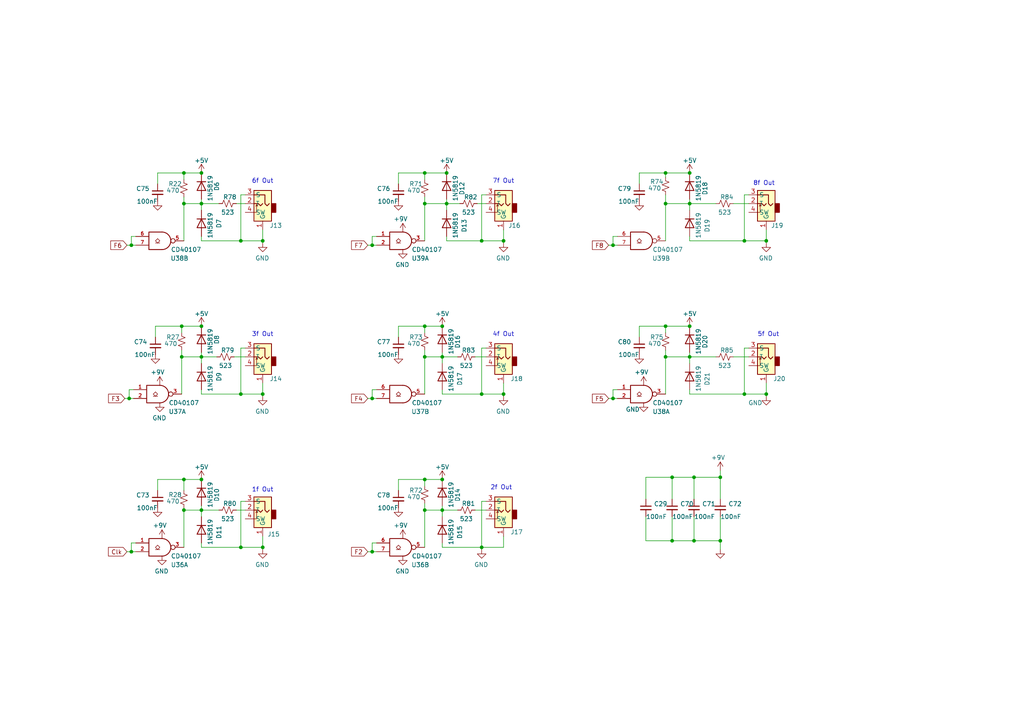
<source format=kicad_sch>
(kicad_sch (version 20211123) (generator eeschema)
  (paper "A4")
  (lib_symbols
    (symbol "Device:C_Small" (pin_numbers hide) (pin_names (offset 0.254) hide)
      (property "Reference" "C" (at 0.254 1.778 0))
      (property "Value" "C_Small" (at 0.254 -2.032 0))
      (symbol "C_Small_0_1"
        (polyline (pts (xy -1.524 -0.508) (xy 1.524 -0.508)) (stroke (width 0.3302)))
        (polyline (pts (xy -1.524 0.508) (xy 1.524 0.508)) (stroke (width 0.3048)))
      )
      (symbol "C_Small_1_1"
        (pin passive line (at 0 2.54 270) (length 2.032) (name "~") (number "1"))
        (pin passive line (at 0 -2.54 90) (length 2.032) (name "~") (number "2"))
      )
    )
    (symbol "Device:R_Small_US" (pin_numbers hide) (pin_names (offset 0.254) hide)
      (property "Reference" "R" (at 0.762 0.508 0))
      (property "Value" "R_Small_US" (at 0.762 -1.016 0))
      (symbol "R_Small_US_1_1"
        (polyline (pts (xy 0 0) (xy 1.016 -0.381) (xy 0 -0.762) (xy -1.016 -1.143) (xy 0 -1.524)))
        (polyline (pts (xy 0 1.524) (xy 1.016 1.143) (xy 0 0.762) (xy -1.016 0.381) (xy 0 0)))
        (pin passive line (at 0 2.54 270) (length 1.016) (name "~") (number "1"))
        (pin passive line (at 0 -2.54 90) (length 1.016) (name "~") (number "2"))
      )
    )
    (symbol "Diode:1N4148" (pin_numbers hide) (pin_names (offset 1.016) hide)
      (property "Reference" "D" (at 0 2.54 0))
      (property "Value" "1N4148" (at 0 -2.54 0))
      (symbol "1N4148_0_1"
        (polyline (pts (xy -1.27 1.27) (xy -1.27 -1.27)) (stroke (width 0.254)))
        (polyline (pts (xy 1.27 0) (xy -1.27 0)))
        (polyline (pts (xy 1.27 1.27) (xy 1.27 -1.27) (xy -1.27 0) (xy 1.27 1.27)) (stroke (width 0.254)))
      )
      (symbol "1N4148_1_1"
        (pin passive line (at -3.81 0 0) (length 2.54) (name "K") (number "1"))
        (pin passive line (at 3.81 0 180) (length 2.54) (name "A") (number "2"))
      )
    )
    (symbol "greenface-symbols:CD40107" (pin_names (offset 1.016))
      (property "Reference" "U" (at -2.54 3.81 0))
      (property "Value" "CD40107" (at 0 -3.81 0))
      (symbol "CD40107_0_1"
        (arc (start 0 -2.54) (mid 2.54 0) (end 0 2.54) (stroke (width 0.254)))
        (polyline (pts (xy -1.905 -0.635) (xy -0.635 -0.635)))
        (polyline (pts (xy 0 -2.54) (xy -3.81 -2.54) (xy -3.81 2.54) (xy 0 2.54)) (stroke (width 0.254)))
        (polyline (pts (xy -1.27 0.635) (xy -1.905 0) (xy -1.27 -0.635) (xy -0.635 0) (xy -1.27 0.635)))
        (pin power_in line (at 0 -2.54 270) (length 0) hide (name "GND") (number "4"))
        (pin power_in line (at 0 2.54 90) (length 0) hide (name "VCC") (number "8"))
      )
      (symbol "CD40107_1_1"
        (pin input line (at -7.62 1.27 0) (length 3.81) (name "~") (number "1"))
        (pin input line (at -7.62 -1.27 0) (length 3.81) (name "~") (number "2"))
        (pin open_collector inverted (at 6.35 0 180) (length 3.81) (name "~") (number "3"))
      )
      (symbol "CD40107_2_1"
        (pin open_collector inverted (at 6.35 0 180) (length 3.81) (name "~") (number "5"))
        (pin input line (at -7.62 1.27 0) (length 3.81) (name "~") (number "6"))
        (pin input line (at -7.62 -1.27 0) (length 3.81) (name "~") (number "7"))
      )
    )
    (symbol "greenface-symbols:Molex_47257"
      (property "Reference" "J" (at 0 8.89 0))
      (property "Value" "Molex_47257" (at 0 6.35 0))
      (symbol "Molex_47257_0_1"
        (rectangle (start -2.54 0) (end -3.81 -2.54) (stroke (width 0.254)) (fill (type outline)))
        (polyline (pts (xy 1.778 -0.254) (xy 2.032 -0.762)))
        (polyline (pts (xy 0 0) (xy 0.635 -0.635) (xy 1.27 0) (xy 2.54 0)) (stroke (width 0.254)))
        (polyline (pts (xy 2.54 -2.54) (xy 1.778 -2.54) (xy 1.778 -0.254) (xy 1.524 -0.762)))
        (polyline (pts (xy 2.54 2.54) (xy -0.635 2.54) (xy -0.635 0) (xy -1.27 -0.635) (xy -1.905 0)) (stroke (width 0.254)))
        (rectangle (start 2.54 3.81) (end -2.54 -5.08) (stroke (width 0.254)) (fill (type background)))
      )
      (symbol "Molex_47257_1_1"
        (pin passive line (at 0 -7.62 90) (length 2.54) (name "G") (number "1"))
        (pin passive line (at 5.08 0 180) (length 2.54) (name "T") (number "2"))
        (pin passive line (at 5.08 2.54 180) (length 2.54) (name "S") (number "3"))
        (pin passive line (at 5.08 -2.54 180) (length 2.54) (name "SW") (number "4"))
      )
    )
    (symbol "power:+5V" (power) (pin_names (offset 0))
      (property "Value" "+5V" (at 0 3.556 0))
      (symbol "+5V_0_1"
        (polyline (pts (xy -0.762 1.27) (xy 0 2.54)))
        (polyline (pts (xy 0 0) (xy 0 2.54)))
        (polyline (pts (xy 0 2.54) (xy 0.762 1.27)))
      )
      (symbol "+5V_1_1"
        (pin power_in line (at 0 0 90) (length 0) hide (name "+5V") (number "1"))
      )
    )
    (symbol "power:+9V" (power) (pin_names (offset 0))
      (property "Value" "+9V" (at 0 3.556 0))
      (symbol "+9V_0_1"
        (polyline (pts (xy -0.762 1.27) (xy 0 2.54)))
        (polyline (pts (xy 0 0) (xy 0 2.54)))
        (polyline (pts (xy 0 2.54) (xy 0.762 1.27)))
      )
      (symbol "+9V_1_1"
        (pin power_in line (at 0 0 90) (length 0) hide (name "+9V") (number "1"))
      )
    )
    (symbol "power:GND" (power) (pin_names (offset 0))
      (property "Value" "GND" (at 0 -3.81 0))
      (symbol "GND_0_1"
        (polyline (pts (xy 0 0) (xy 0 -1.27) (xy 1.27 -1.27) (xy 0 -2.54) (xy -1.27 -1.27) (xy 0 -1.27)))
      )
      (symbol "GND_1_1"
        (pin power_in line (at 0 0 270) (length 0) hide (name "GND") (number "1"))
      )
    )
  )
  (junction (at 38.1 160.02))
  (junction (at 58.42 103.505))
  (junction (at 208.915 156.845))
  (junction (at 193.04 103.505))
  (junction (at 193.04 94.615))
  (junction (at 38.1 71.12))
  (junction (at 123.19 139.065))
  (junction (at 107.95 160.02))
  (junction (at 76.2 158.75))
  (junction (at 200.025 50.165))
  (junction (at 58.42 59.055))
  (junction (at 53.34 139.065))
  (junction (at 222.25 69.85))
  (junction (at 123.19 50.165))
  (junction (at 200.025 103.505))
  (junction (at 194.945 138.43))
  (junction (at 123.19 147.955))
  (junction (at 146.05 114.3))
  (junction (at 69.85 158.75))
  (junction (at 139.7 158.75))
  (junction (at 52.705 103.505))
  (junction (at 177.8 115.57))
  (junction (at 58.42 139.065))
  (junction (at 128.27 103.505))
  (junction (at 37.465 115.57))
  (junction (at 129.54 50.165))
  (junction (at 139.7 114.3))
  (junction (at 58.42 50.165))
  (junction (at 53.34 59.055))
  (junction (at 200.025 94.615))
  (junction (at 123.19 59.055))
  (junction (at 123.19 103.505))
  (junction (at 53.34 50.165))
  (junction (at 53.34 147.955))
  (junction (at 193.04 50.165))
  (junction (at 129.54 59.055))
  (junction (at 58.42 94.615))
  (junction (at 208.915 138.43))
  (junction (at 52.705 94.615))
  (junction (at 58.42 147.955))
  (junction (at 194.945 156.845))
  (junction (at 107.95 71.12))
  (junction (at 76.2 114.3))
  (junction (at 201.295 138.43))
  (junction (at 215.9 114.3))
  (junction (at 128.27 147.955))
  (junction (at 200.025 59.055))
  (junction (at 107.95 115.57))
  (junction (at 69.85 69.85))
  (junction (at 177.8 71.12))
  (junction (at 69.85 114.3))
  (junction (at 146.05 69.85))
  (junction (at 193.04 59.055))
  (junction (at 215.9 69.85))
  (junction (at 76.2 69.85))
  (junction (at 201.295 156.845))
  (junction (at 128.27 94.615))
  (junction (at 139.7 69.85))
  (junction (at 128.27 139.065))
  (junction (at 222.25 114.3))
  (junction (at 123.19 94.615))
  (wire (pts (xy 193.04 101.6) (xy 193.04 103.505)))
  (wire (pts (xy 115.57 97.79) (xy 115.57 94.615)))
  (wire (pts (xy 200.025 114.3) (xy 215.9 114.3)))
  (wire (pts (xy 39.37 157.48) (xy 38.1 157.48)))
  (wire (pts (xy 76.2 69.85) (xy 76.2 70.485)))
  (wire (pts (xy 177.8 113.03) (xy 177.8 115.57)))
  (wire (pts (xy 222.25 69.85) (xy 222.25 70.485)))
  (wire (pts (xy 179.07 68.58) (xy 177.8 68.58)))
  (wire (pts (xy 129.54 59.055) (xy 133.35 59.055)))
  (wire (pts (xy 45.72 50.165) (xy 53.34 50.165)))
  (wire (pts (xy 200.025 103.505) (xy 207.645 103.505)))
  (wire (pts (xy 128.27 102.235) (xy 128.27 103.505)))
  (wire (pts (xy 71.12 56.515) (xy 69.85 56.515)))
  (wire (pts (xy 45.72 53.34) (xy 45.72 50.165)))
  (wire (pts (xy 146.05 66.675) (xy 146.05 69.85)))
  (wire (pts (xy 128.27 103.505) (xy 132.715 103.505)))
  (wire (pts (xy 58.42 158.75) (xy 69.85 158.75)))
  (wire (pts (xy 123.19 103.505) (xy 128.27 103.505)))
  (wire (pts (xy 128.27 103.505) (xy 128.27 105.41)))
  (wire (pts (xy 52.705 103.505) (xy 52.705 114.3)))
  (wire (pts (xy 58.42 69.85) (xy 69.85 69.85)))
  (wire (pts (xy 123.19 140.97) (xy 123.19 139.065)))
  (wire (pts (xy 69.85 114.3) (xy 76.2 114.3)))
  (wire (pts (xy 215.9 69.85) (xy 222.25 69.85)))
  (wire (pts (xy 201.295 156.845) (xy 208.915 156.845)))
  (wire (pts (xy 115.57 142.24) (xy 115.57 139.065)))
  (wire (pts (xy 38.1 160.02) (xy 39.37 160.02)))
  (wire (pts (xy 222.25 114.3) (xy 222.25 114.935)))
  (wire (pts (xy 53.34 50.165) (xy 58.42 50.165)))
  (wire (pts (xy 123.19 94.615) (xy 128.27 94.615)))
  (wire (pts (xy 45.72 139.065) (xy 53.34 139.065)))
  (wire (pts (xy 68.58 59.055) (xy 71.12 59.055)))
  (wire (pts (xy 53.34 59.055) (xy 58.42 59.055)))
  (wire (pts (xy 58.42 147.955) (xy 63.5 147.955)))
  (wire (pts (xy 215.9 114.3) (xy 222.25 114.3)))
  (wire (pts (xy 128.27 113.03) (xy 128.27 114.3)))
  (wire (pts (xy 109.22 113.03) (xy 107.95 113.03)))
  (wire (pts (xy 58.42 146.685) (xy 58.42 147.955)))
  (wire (pts (xy 193.04 50.165) (xy 200.025 50.165)))
  (wire (pts (xy 212.725 103.505) (xy 217.17 103.505)))
  (wire (pts (xy 38.1 68.58) (xy 38.1 71.12)))
  (wire (pts (xy 38.1 157.48) (xy 38.1 160.02)))
  (wire (pts (xy 215.9 56.515) (xy 215.9 69.85)))
  (wire (pts (xy 177.8 71.12) (xy 179.07 71.12)))
  (wire (pts (xy 200.025 69.85) (xy 215.9 69.85)))
  (wire (pts (xy 146.05 69.85) (xy 146.05 70.485)))
  (wire (pts (xy 201.295 149.86) (xy 201.295 156.845)))
  (wire (pts (xy 76.2 111.125) (xy 76.2 114.3)))
  (wire (pts (xy 69.85 100.965) (xy 69.85 114.3)))
  (wire (pts (xy 193.04 51.435) (xy 193.04 50.165)))
  (wire (pts (xy 139.7 114.3) (xy 146.05 114.3)))
  (wire (pts (xy 58.42 114.3) (xy 69.85 114.3)))
  (wire (pts (xy 128.27 147.955) (xy 132.715 147.955)))
  (wire (pts (xy 58.42 157.48) (xy 58.42 158.75)))
  (wire (pts (xy 193.04 59.055) (xy 193.04 69.85)))
  (wire (pts (xy 37.465 115.57) (xy 38.735 115.57)))
  (wire (pts (xy 53.34 147.955) (xy 58.42 147.955)))
  (wire (pts (xy 69.85 69.85) (xy 76.2 69.85)))
  (wire (pts (xy 200.025 103.505) (xy 200.025 105.41)))
  (wire (pts (xy 185.42 94.615) (xy 193.04 94.615)))
  (wire (pts (xy 193.04 56.515) (xy 193.04 59.055)))
  (wire (pts (xy 139.7 69.85) (xy 146.05 69.85)))
  (wire (pts (xy 123.19 147.955) (xy 128.27 147.955)))
  (wire (pts (xy 208.915 136.525) (xy 208.915 138.43)))
  (wire (pts (xy 67.945 103.505) (xy 71.12 103.505)))
  (wire (pts (xy 215.9 100.965) (xy 215.9 114.3)))
  (wire (pts (xy 123.19 50.165) (xy 129.54 50.165)))
  (wire (pts (xy 123.19 139.065) (xy 128.27 139.065)))
  (wire (pts (xy 200.025 68.58) (xy 200.025 69.85)))
  (wire (pts (xy 58.42 59.055) (xy 63.5 59.055)))
  (wire (pts (xy 123.19 59.055) (xy 123.19 69.85)))
  (wire (pts (xy 200.025 102.235) (xy 200.025 103.505)))
  (wire (pts (xy 138.43 59.055) (xy 140.97 59.055)))
  (wire (pts (xy 53.34 147.32) (xy 53.34 147.955)))
  (wire (pts (xy 58.42 68.58) (xy 58.42 69.85)))
  (wire (pts (xy 128.27 157.48) (xy 128.27 158.75)))
  (wire (pts (xy 69.85 56.515) (xy 69.85 69.85)))
  (wire (pts (xy 37.465 113.03) (xy 37.465 115.57)))
  (wire (pts (xy 38.1 71.12) (xy 39.37 71.12)))
  (wire (pts (xy 106.68 115.57) (xy 107.95 115.57)))
  (wire (pts (xy 201.295 138.43) (xy 201.295 144.78)))
  (wire (pts (xy 45.085 94.615) (xy 52.705 94.615)))
  (wire (pts (xy 53.34 57.15) (xy 53.34 59.055)))
  (wire (pts (xy 128.27 114.3) (xy 139.7 114.3)))
  (wire (pts (xy 201.295 138.43) (xy 208.915 138.43)))
  (wire (pts (xy 53.34 142.24) (xy 53.34 139.065)))
  (wire (pts (xy 71.12 145.415) (xy 69.85 145.415)))
  (wire (pts (xy 179.07 113.03) (xy 177.8 113.03)))
  (wire (pts (xy 68.58 147.955) (xy 71.12 147.955)))
  (wire (pts (xy 208.915 149.86) (xy 208.915 156.845)))
  (wire (pts (xy 53.34 139.065) (xy 58.42 139.065)))
  (wire (pts (xy 217.17 100.965) (xy 215.9 100.965)))
  (wire (pts (xy 222.25 66.675) (xy 222.25 69.85)))
  (wire (pts (xy 76.2 66.675) (xy 76.2 69.85)))
  (wire (pts (xy 194.945 149.86) (xy 194.945 156.845)))
  (wire (pts (xy 187.325 149.86) (xy 187.325 156.845)))
  (wire (pts (xy 58.42 103.505) (xy 58.42 105.41)))
  (wire (pts (xy 177.8 115.57) (xy 179.07 115.57)))
  (wire (pts (xy 123.19 52.07) (xy 123.19 50.165)))
  (wire (pts (xy 187.325 156.845) (xy 194.945 156.845)))
  (wire (pts (xy 129.54 57.785) (xy 129.54 59.055)))
  (wire (pts (xy 208.915 138.43) (xy 208.915 144.78)))
  (wire (pts (xy 58.42 147.955) (xy 58.42 149.86)))
  (wire (pts (xy 194.945 138.43) (xy 194.945 144.78)))
  (wire (pts (xy 52.705 96.52) (xy 52.705 94.615)))
  (wire (pts (xy 107.95 157.48) (xy 107.95 160.02)))
  (wire (pts (xy 38.735 113.03) (xy 37.465 113.03)))
  (wire (pts (xy 222.25 111.125) (xy 222.25 114.3)))
  (wire (pts (xy 123.19 57.15) (xy 123.19 59.055)))
  (wire (pts (xy 36.83 160.02) (xy 38.1 160.02)))
  (wire (pts (xy 139.7 158.75) (xy 139.7 159.385)))
  (wire (pts (xy 107.95 71.12) (xy 109.22 71.12)))
  (wire (pts (xy 115.57 53.34) (xy 115.57 50.165)))
  (wire (pts (xy 39.37 68.58) (xy 38.1 68.58)))
  (wire (pts (xy 137.795 103.505) (xy 140.97 103.505)))
  (wire (pts (xy 52.705 103.505) (xy 58.42 103.505)))
  (wire (pts (xy 129.54 69.85) (xy 139.7 69.85)))
  (wire (pts (xy 140.97 100.965) (xy 139.7 100.965)))
  (wire (pts (xy 115.57 50.165) (xy 123.19 50.165)))
  (wire (pts (xy 123.19 146.05) (xy 123.19 147.955)))
  (wire (pts (xy 200.025 113.03) (xy 200.025 114.3)))
  (wire (pts (xy 185.42 50.165) (xy 193.04 50.165)))
  (wire (pts (xy 106.68 71.12) (xy 107.95 71.12)))
  (wire (pts (xy 123.19 103.505) (xy 123.19 114.3)))
  (wire (pts (xy 139.7 100.965) (xy 139.7 114.3)))
  (wire (pts (xy 128.27 158.75) (xy 139.7 158.75)))
  (wire (pts (xy 53.34 147.955) (xy 53.34 158.75)))
  (wire (pts (xy 76.2 114.3) (xy 76.2 114.935)))
  (wire (pts (xy 208.915 156.845) (xy 208.915 159.385)))
  (wire (pts (xy 185.42 97.79) (xy 185.42 94.615)))
  (wire (pts (xy 140.97 56.515) (xy 139.7 56.515)))
  (wire (pts (xy 137.795 147.955) (xy 140.97 147.955)))
  (wire (pts (xy 129.54 68.58) (xy 129.54 69.85)))
  (wire (pts (xy 139.7 145.415) (xy 139.7 158.75)))
  (wire (pts (xy 140.97 145.415) (xy 139.7 145.415)))
  (wire (pts (xy 109.22 68.58) (xy 107.95 68.58)))
  (wire (pts (xy 76.2 158.75) (xy 76.2 159.385)))
  (wire (pts (xy 107.95 160.02) (xy 109.22 160.02)))
  (wire (pts (xy 106.68 160.02) (xy 107.95 160.02)))
  (wire (pts (xy 177.8 68.58) (xy 177.8 71.12)))
  (wire (pts (xy 107.95 115.57) (xy 109.22 115.57)))
  (wire (pts (xy 187.325 138.43) (xy 187.325 144.78)))
  (wire (pts (xy 69.85 145.415) (xy 69.85 158.75)))
  (wire (pts (xy 128.27 147.955) (xy 128.27 149.86)))
  (wire (pts (xy 146.05 114.3) (xy 146.05 114.935)))
  (wire (pts (xy 193.04 94.615) (xy 200.025 94.615)))
  (wire (pts (xy 146.05 155.575) (xy 146.05 158.75)))
  (wire (pts (xy 187.325 138.43) (xy 194.945 138.43)))
  (wire (pts (xy 58.42 59.055) (xy 58.42 60.96)))
  (wire (pts (xy 193.04 103.505) (xy 193.04 114.3)))
  (wire (pts (xy 107.95 113.03) (xy 107.95 115.57)))
  (wire (pts (xy 71.12 100.965) (xy 69.85 100.965)))
  (wire (pts (xy 217.17 56.515) (xy 215.9 56.515)))
  (wire (pts (xy 52.705 101.6) (xy 52.705 103.505)))
  (wire (pts (xy 139.7 56.515) (xy 139.7 69.85)))
  (wire (pts (xy 115.57 139.065) (xy 123.19 139.065)))
  (wire (pts (xy 176.53 71.12) (xy 177.8 71.12)))
  (wire (pts (xy 123.19 59.055) (xy 129.54 59.055)))
  (wire (pts (xy 58.42 102.235) (xy 58.42 103.505)))
  (wire (pts (xy 53.34 59.055) (xy 53.34 69.85)))
  (wire (pts (xy 52.705 94.615) (xy 58.42 94.615)))
  (wire (pts (xy 193.04 103.505) (xy 200.025 103.505)))
  (wire (pts (xy 45.085 97.79) (xy 45.085 94.615)))
  (wire (pts (xy 200.025 59.055) (xy 200.025 60.96)))
  (wire (pts (xy 193.04 59.055) (xy 200.025 59.055)))
  (wire (pts (xy 185.42 53.34) (xy 185.42 50.165)))
  (wire (pts (xy 128.27 146.685) (xy 128.27 147.955)))
  (wire (pts (xy 212.725 59.055) (xy 217.17 59.055)))
  (wire (pts (xy 109.22 157.48) (xy 107.95 157.48)))
  (wire (pts (xy 76.2 155.575) (xy 76.2 158.75)))
  (wire (pts (xy 129.54 59.055) (xy 129.54 60.96)))
  (wire (pts (xy 176.53 115.57) (xy 177.8 115.57)))
  (wire (pts (xy 115.57 94.615) (xy 123.19 94.615)))
  (wire (pts (xy 194.945 138.43) (xy 201.295 138.43)))
  (wire (pts (xy 58.42 57.785) (xy 58.42 59.055)))
  (wire (pts (xy 200.025 59.055) (xy 207.645 59.055)))
  (wire (pts (xy 194.945 156.845) (xy 201.295 156.845)))
  (wire (pts (xy 36.83 71.12) (xy 38.1 71.12)))
  (wire (pts (xy 58.42 103.505) (xy 62.865 103.505)))
  (wire (pts (xy 123.19 96.52) (xy 123.19 94.615)))
  (wire (pts (xy 200.025 57.785) (xy 200.025 59.055)))
  (wire (pts (xy 193.04 96.52) (xy 193.04 94.615)))
  (wire (pts (xy 139.7 158.75) (xy 146.05 158.75)))
  (wire (pts (xy 45.72 142.24) (xy 45.72 139.065)))
  (wire (pts (xy 107.95 68.58) (xy 107.95 71.12)))
  (wire (pts (xy 123.19 147.955) (xy 123.19 158.75)))
  (wire (pts (xy 123.19 101.6) (xy 123.19 103.505)))
  (wire (pts (xy 69.85 158.75) (xy 76.2 158.75)))
  (wire (pts (xy 146.05 111.125) (xy 146.05 114.3)))
  (wire (pts (xy 58.42 113.03) (xy 58.42 114.3)))
  (wire (pts (xy 53.34 52.07) (xy 53.34 50.165)))
  (wire (pts (xy 36.195 115.57) (xy 37.465 115.57)))
  (text "5f Out" (at 219.71 97.79 0) (effects (font (size 1.27 1.27)) (justify left bottom)))
  (text "6f Out" (at 73.025 53.34 0) (effects (font (size 1.27 1.27)) (justify left bottom)))
  (text "2f Out" (at 142.24 142.24 0) (effects (font (size 1.27 1.27)) (justify left bottom)))
  (text "8f Out" (at 218.44 53.975 0) (effects (font (size 1.27 1.27)) (justify left bottom)))
  (text "4f Out" (at 142.875 97.79 0) (effects (font (size 1.27 1.27)) (justify left bottom)))
  (text "3f Out" (at 73.025 97.79 0) (effects (font (size 1.27 1.27)) (justify left bottom)))
  (text "1f Out" (at 73.025 142.875 0) (effects (font (size 1.27 1.27)) (justify left bottom)))
  (text "7f Out" (at 142.875 53.34 0) (effects (font (size 1.27 1.27)) (justify left bottom)))
  (global_label "F5" (shape input) (at 176.53 115.57 180) (property "Intersheet References" "${INTERSHEET_REFS}" (effects hide)))
  (global_label "F3" (shape input) (at 36.195 115.57 180) (property "Intersheet References" "${INTERSHEET_REFS}" (effects hide)))
  (global_label "F6" (shape input) (at 36.83 71.12 180) (property "Intersheet References" "${INTERSHEET_REFS}" (effects hide)))
  (global_label "F2" (shape input) (at 106.68 160.02 180) (property "Intersheet References" "${INTERSHEET_REFS}" (effects hide)))
  (global_label "Clk" (shape input) (at 36.83 160.02 180) (property "Intersheet References" "${INTERSHEET_REFS}" (effects hide)))
  (global_label "F7" (shape input) (at 106.68 71.12 180) (property "Intersheet References" "${INTERSHEET_REFS}" (effects hide)))
  (global_label "F4" (shape input) (at 106.68 115.57 180) (property "Intersheet References" "${INTERSHEET_REFS}" (effects hide)))
  (global_label "F8" (shape input) (at 176.53 71.12 180) (property "Intersheet References" "${INTERSHEET_REFS}" (effects hide)))
  (symbol (lib_id "greenface-symbols:CD40107") (at 46.355 114.3 0) (unit 1)
    (property "Reference" "U37" (at 51.435 119.38 0))
    (property "Value" "CD40107" (at 53.34 116.84 0))
    (property "Footprint" "Package_SO:SOIC-8_3.9x4.9mm_P1.27mm" (effects hide))
    (property "Datasheet" "http://www.ti.com/lit/sg/scyt129e/scyt129e.pdf" (effects hide))
  )
  (symbol (lib_id "greenface-symbols:CD40107") (at 116.84 158.75 0) (unit 2)
    (property "Reference" "U36" (at 121.92 163.83 0))
    (property "Value" "CD40107" (at 123.825 161.29 0))
    (property "Footprint" "Package_SO:SOIC-8_3.9x4.9mm_P1.27mm" (effects hide))
    (property "Datasheet" "http://www.ti.com/lit/sg/scyt129e/scyt129e.pdf" (effects hide))
  )
  (symbol (lib_id "Device:R_Small_US") (at 65.405 103.505 270) (unit 1)
    (property "Reference" "R79" (at 66.04 101.6 90))
    (property "Value" "523" (at 65.405 106.045 90))
    (property "Footprint" "Resistor_SMD:R_0603_1608Metric" (effects hide))
    (property "Digi-Key Part" "CRT0805-FZ-1002ELFCT-ND" (effects hide))
    (property "LCSC Part #" "C2107335" (effects hide))
  )
  (symbol (lib_id "Device:R_Small_US") (at 123.19 99.06 180) (unit 1)
    (property "Reference" "R73" (at 120.65 97.79 0))
    (property "Value" "470" (at 120.015 99.695 0))
    (property "Footprint" "Resistor_SMD:R_0805_2012Metric_Pad1.20x1.40mm_HandSolder" (effects hide))
    (property "Digi-Key Part" "PPC470W-1CT-ND" (effects hide))
    (property "LCSC Part #" "C328396" (effects hide))
  )
  (symbol (lib_id "greenface-symbols:Molex_47257") (at 76.2 59.055 0) (mirror y) (unit 1)
    (property "Reference" "J13" (at 80.01 65.405 0))
    (property "Value" "3.5mm Jack" (effects hide))
    (property "Footprint" "sputterizer:Molex-0472570001" (effects hide))
    (property "Digi-Key Part" "WM17366-ND" (effects hide))
  )
  (symbol (lib_id "power:GND") (at 186.69 116.84 0) (mirror y) (unit 1)
    (property "Reference" "#PWR0157" (effects hide))
    (property "Value" "GND" (at 183.515 118.745 0))
  )
  (symbol (lib_id "Device:C_Small") (at 208.915 147.32 0) (unit 1)
    (property "Reference" "C72" (at 211.2518 146.1516 0) (effects (justify left)))
    (property "Value" "100nF" (at 208.915 149.86 0) (effects (justify left)))
    (property "Footprint" "Capacitor_SMD:C_0805_2012Metric_Pad1.18x1.45mm_HandSolder" (effects hide))
    (property "Datasheet" "http://datasheets.avx.com/SR-Series.pdf" (effects hide))
    (property "Digi-Key Part" "478-10836-1-ND" (effects hide))
    (property "LCSC Part #" "C49678" (effects hide))
  )
  (symbol (lib_id "Diode:1N4148") (at 58.42 142.875 270) (unit 1)
    (property "Reference" "D10" (at 62.865 141.605 0) (effects (justify left)))
    (property "Value" "1N5819" (at 60.96 139.7 0) (effects (justify left)))
    (property "Footprint" "Diode_SMD:D_0805_2012Metric_Pad1.15x1.40mm_HandSolder" (effects hide))
    (property "Digi-Key Part" "478-7800-1-ND" (effects hide))
    (property "LCSC Part #" "C191023" (effects hide))
  )
  (symbol (lib_id "Device:R_Small_US") (at 66.04 59.055 270) (unit 1)
    (property "Reference" "R78" (at 66.675 57.15 90))
    (property "Value" "523" (at 66.04 61.595 90))
    (property "Footprint" "Resistor_SMD:R_0603_1608Metric" (effects hide))
    (property "Digi-Key Part" "CRT0805-FZ-1002ELFCT-ND" (effects hide))
    (property "LCSC Part #" "C2107335" (effects hide))
  )
  (symbol (lib_id "Device:C_Small") (at 115.57 100.33 0) (mirror y) (unit 1)
    (property "Reference" "C77" (at 113.2332 99.1616 0) (effects (justify left)))
    (property "Value" "100nF" (at 115.57 102.87 0) (effects (justify left)))
    (property "Footprint" "Capacitor_SMD:C_0805_2012Metric_Pad1.18x1.45mm_HandSolder" (effects hide))
    (property "Datasheet" "http://datasheets.avx.com/SR-Series.pdf" (effects hide))
    (property "Digi-Key Part" "478-10836-1-ND" (effects hide))
    (property "LCSC Part #" "C49678" (effects hide))
  )
  (symbol (lib_id "power:+5V") (at 200.025 94.615 0) (unit 1)
    (property "Reference" "#PWR0165" (effects hide))
    (property "Value" "+5V" (at 200.025 91.0105 0))
  )
  (symbol (lib_id "Device:C_Small") (at 45.085 100.33 0) (mirror y) (unit 1)
    (property "Reference" "C74" (at 42.7482 99.1616 0) (effects (justify left)))
    (property "Value" "100nF" (at 45.085 102.87 0) (effects (justify left)))
    (property "Footprint" "Capacitor_SMD:C_0805_2012Metric_Pad1.18x1.45mm_HandSolder" (effects hide))
    (property "Datasheet" "http://datasheets.avx.com/SR-Series.pdf" (effects hide))
    (property "Digi-Key Part" "478-10836-1-ND" (effects hide))
    (property "LCSC Part #" "C49678" (effects hide))
  )
  (symbol (lib_id "power:GND") (at 146.05 70.485 0) (mirror y) (unit 1)
    (property "Reference" "#PWR0159" (effects hide))
    (property "Value" "GND" (at 145.923 74.8792 0))
  )
  (symbol (lib_id "Device:C_Small") (at 185.42 100.33 0) (mirror y) (unit 1)
    (property "Reference" "C80" (at 183.0832 99.1616 0) (effects (justify left)))
    (property "Value" "100nF" (at 185.42 102.87 0) (effects (justify left)))
    (property "Footprint" "Capacitor_SMD:C_0805_2012Metric_Pad1.18x1.45mm_HandSolder" (effects hide))
    (property "Datasheet" "http://datasheets.avx.com/SR-Series.pdf" (effects hide))
    (property "Digi-Key Part" "478-10836-1-ND" (effects hide))
    (property "LCSC Part #" "C49678" (effects hide))
  )
  (symbol (lib_id "greenface-symbols:Molex_47257") (at 76.2 147.955 0) (mirror y) (unit 1)
    (property "Reference" "J15" (at 79.375 154.94 0))
    (property "Value" "3.5mm Jack" (effects hide))
    (property "Footprint" "sputterizer:Molex-0472570001" (effects hide))
    (property "Digi-Key Part" "WM17366-ND" (effects hide))
  )
  (symbol (lib_id "power:+5V") (at 58.42 139.065 0) (unit 1)
    (property "Reference" "#PWR0141" (effects hide))
    (property "Value" "+5V" (at 58.42 135.4605 0))
  )
  (symbol (lib_id "power:+9V") (at 208.915 136.525 0) (unit 1)
    (property "Reference" "#PWR0164" (effects hide))
    (property "Value" "+9V" (at 208.28 132.715 0))
  )
  (symbol (lib_id "power:GND") (at 185.42 102.87 0) (mirror y) (unit 1)
    (property "Reference" "#PWR022" (effects hide))
    (property "Value" "GND" (effects hide))
  )
  (symbol (lib_id "greenface-symbols:CD40107") (at 46.99 158.75 0) (unit 1)
    (property "Reference" "U36" (at 52.07 163.83 0))
    (property "Value" "CD40107" (at 53.975 161.29 0))
    (property "Footprint" "Package_SO:SOIC-8_3.9x4.9mm_P1.27mm" (effects hide))
    (property "Datasheet" "http://www.ti.com/lit/sg/scyt129e/scyt129e.pdf" (effects hide))
  )
  (symbol (lib_id "power:+9V") (at 116.84 156.21 0) (unit 1)
    (property "Reference" "#PWR0152" (effects hide))
    (property "Value" "+9V" (at 116.205 152.4 0))
  )
  (symbol (lib_id "Device:R_Small_US") (at 193.04 53.975 180) (unit 1)
    (property "Reference" "R74" (at 190.5 52.705 0))
    (property "Value" "470" (at 189.865 54.61 0))
    (property "Footprint" "Resistor_SMD:R_0805_2012Metric_Pad1.20x1.40mm_HandSolder" (effects hide))
    (property "Digi-Key Part" "PPC470W-1CT-ND" (effects hide))
    (property "LCSC Part #" "C328396" (effects hide))
  )
  (symbol (lib_id "greenface-symbols:CD40107") (at 116.84 114.3 0) (unit 2)
    (property "Reference" "U37" (at 121.92 119.38 0))
    (property "Value" "CD40107" (at 123.825 116.84 0))
    (property "Footprint" "Package_SO:SOIC-8_3.9x4.9mm_P1.27mm" (effects hide))
    (property "Datasheet" "http://www.ti.com/lit/sg/scyt129e/scyt129e.pdf" (effects hide))
  )
  (symbol (lib_id "Diode:1N4148") (at 58.42 53.975 270) (unit 1)
    (property "Reference" "D6" (at 62.865 52.705 0) (effects (justify left)))
    (property "Value" "1N5819" (at 60.96 50.8 0) (effects (justify left)))
    (property "Footprint" "Diode_SMD:D_0805_2012Metric_Pad1.15x1.40mm_HandSolder" (effects hide))
    (property "Digi-Key Part" "478-7800-1-ND" (effects hide))
    (property "LCSC Part #" "C191023" (effects hide))
  )
  (symbol (lib_id "power:GND") (at 45.72 58.42 0) (mirror y) (unit 1)
    (property "Reference" "#PWR08" (effects hide))
    (property "Value" "GND" (effects hide))
  )
  (symbol (lib_id "power:+9V") (at 116.84 67.31 0) (unit 1)
    (property "Reference" "#PWR0153" (effects hide))
    (property "Value" "+9V" (at 116.205 63.5 0))
  )
  (symbol (lib_id "power:GND") (at 46.99 161.29 0) (mirror y) (unit 1)
    (property "Reference" "#PWR0140" (effects hide))
    (property "Value" "GND" (at 46.863 165.6842 0))
  )
  (symbol (lib_id "power:+5V") (at 200.025 50.165 0) (unit 1)
    (property "Reference" "#PWR0166" (effects hide))
    (property "Value" "+5V" (at 200.025 46.5605 0))
  )
  (symbol (lib_id "Device:R_Small_US") (at 193.04 99.06 180) (unit 1)
    (property "Reference" "R75" (at 190.5 97.79 0))
    (property "Value" "470" (at 189.865 99.695 0))
    (property "Footprint" "Resistor_SMD:R_0805_2012Metric_Pad1.20x1.40mm_HandSolder" (effects hide))
    (property "Digi-Key Part" "PPC470W-1CT-ND" (effects hide))
    (property "LCSC Part #" "C328396" (effects hide))
  )
  (symbol (lib_id "power:+5V") (at 58.42 50.165 0) (unit 1)
    (property "Reference" "#PWR0149" (effects hide))
    (property "Value" "+5V" (at 58.42 46.5605 0))
  )
  (symbol (lib_id "greenface-symbols:Molex_47257") (at 76.2 103.505 0) (mirror y) (unit 1)
    (property "Reference" "J14" (at 80.01 109.855 0))
    (property "Value" "3.5mm Jack" (effects hide))
    (property "Footprint" "sputterizer:Molex-0472570001" (effects hide))
    (property "Digi-Key Part" "WM17366-ND" (effects hide))
  )
  (symbol (lib_id "power:+9V") (at 46.355 111.76 0) (unit 1)
    (property "Reference" "#PWR0147" (effects hide))
    (property "Value" "+9V" (at 45.72 107.95 0))
  )
  (symbol (lib_id "power:GND") (at 76.2 70.485 0) (mirror y) (unit 1)
    (property "Reference" "#PWR0148" (effects hide))
    (property "Value" "GND" (at 76.073 74.8792 0))
  )
  (symbol (lib_id "power:GND") (at 208.915 159.385 0) (unit 1)
    (property "Reference" "#PWR0162" (effects hide))
    (property "Value" "GND" (effects hide))
  )
  (symbol (lib_id "power:GND") (at 139.7 159.385 0) (mirror y) (unit 1)
    (property "Reference" "#PWR0155" (effects hide))
    (property "Value" "GND" (at 139.573 163.7792 0))
  )
  (symbol (lib_id "Device:R_Small_US") (at 135.89 59.055 270) (unit 1)
    (property "Reference" "R82" (at 136.525 57.15 90))
    (property "Value" "523" (at 135.89 61.595 90))
    (property "Footprint" "Resistor_SMD:R_0603_1608Metric" (effects hide))
    (property "Digi-Key Part" "CRT0805-FZ-1002ELFCT-ND" (effects hide))
    (property "LCSC Part #" "C2107335" (effects hide))
  )
  (symbol (lib_id "power:GND") (at 185.42 58.42 0) (mirror y) (unit 1)
    (property "Reference" "#PWR020" (effects hide))
    (property "Value" "GND" (effects hide))
  )
  (symbol (lib_id "Diode:1N4148") (at 58.42 64.77 270) (unit 1)
    (property "Reference" "D7" (at 63.5 63.5 0) (effects (justify left)))
    (property "Value" "1N5819" (at 60.96 61.595 0) (effects (justify left)))
    (property "Footprint" "Diode_SMD:D_0805_2012Metric_Pad1.15x1.40mm_HandSolder" (effects hide))
    (property "Digi-Key Part" "478-7800-1-ND" (effects hide))
    (property "LCSC Part #" "C191023" (effects hide))
  )
  (symbol (lib_id "power:GND") (at 222.25 70.485 0) (mirror y) (unit 1)
    (property "Reference" "#PWR0161" (effects hide))
    (property "Value" "GND" (at 222.123 74.8792 0))
  )
  (symbol (lib_id "Device:C_Small") (at 201.295 147.32 0) (unit 1)
    (property "Reference" "C71" (at 203.6318 146.1516 0) (effects (justify left)))
    (property "Value" "100nF" (at 201.295 149.86 0) (effects (justify left)))
    (property "Footprint" "Capacitor_SMD:C_0805_2012Metric_Pad1.18x1.45mm_HandSolder" (effects hide))
    (property "Datasheet" "http://datasheets.avx.com/SR-Series.pdf" (effects hide))
    (property "Digi-Key Part" "478-10836-1-ND" (effects hide))
    (property "LCSC Part #" "C49678" (effects hide))
  )
  (symbol (lib_id "Diode:1N4148") (at 128.27 153.67 270) (unit 1)
    (property "Reference" "D15" (at 133.35 152.4 0) (effects (justify left)))
    (property "Value" "1N5819" (at 130.81 150.495 0) (effects (justify left)))
    (property "Footprint" "Diode_SMD:D_0805_2012Metric_Pad1.15x1.40mm_HandSolder" (effects hide))
    (property "Digi-Key Part" "478-7800-1-ND" (effects hide))
    (property "LCSC Part #" "C191023" (effects hide))
  )
  (symbol (lib_id "power:GND") (at 45.72 147.32 0) (mirror y) (unit 1)
    (property "Reference" "#PWR0138" (effects hide))
    (property "Value" "GND" (effects hide))
  )
  (symbol (lib_id "power:+5V") (at 129.54 50.165 0) (unit 1)
    (property "Reference" "#PWR0154" (effects hide))
    (property "Value" "+5V" (at 129.54 46.5605 0))
  )
  (symbol (lib_id "power:GND") (at 115.57 58.42 0) (mirror y) (unit 1)
    (property "Reference" "#PWR011" (effects hide))
    (property "Value" "GND" (effects hide))
  )
  (symbol (lib_id "power:+5V") (at 128.27 94.615 0) (unit 1)
    (property "Reference" "#PWR0143" (effects hide))
    (property "Value" "+5V" (at 128.27 91.0105 0))
  )
  (symbol (lib_id "Device:R_Small_US") (at 53.34 144.78 180) (unit 1)
    (property "Reference" "R28" (at 50.8 143.51 0))
    (property "Value" "470" (at 50.165 145.415 0))
    (property "Footprint" "Resistor_SMD:R_0805_2012Metric_Pad1.20x1.40mm_HandSolder" (effects hide))
    (property "Digi-Key Part" "PPC470W-1CT-ND" (effects hide))
    (property "LCSC Part #" "C328396" (effects hide))
  )
  (symbol (lib_id "greenface-symbols:Molex_47257") (at 222.25 103.505 0) (mirror y) (unit 1)
    (property "Reference" "J20" (at 226.06 109.855 0))
    (property "Value" "3.5mm Jack" (effects hide))
    (property "Footprint" "sputterizer:Molex-0472570001" (effects hide))
    (property "Digi-Key Part" "WM17366-ND" (effects hide))
  )
  (symbol (lib_id "power:GND") (at 76.2 114.935 0) (mirror y) (unit 1)
    (property "Reference" "#PWR0145" (effects hide))
    (property "Value" "GND" (at 76.073 119.3292 0))
  )
  (symbol (lib_id "Device:C_Small") (at 185.42 55.88 0) (mirror y) (unit 1)
    (property "Reference" "C79" (at 183.0832 54.7116 0) (effects (justify left)))
    (property "Value" "100nF" (at 185.42 58.42 0) (effects (justify left)))
    (property "Footprint" "Capacitor_SMD:C_0805_2012Metric_Pad1.18x1.45mm_HandSolder" (effects hide))
    (property "Datasheet" "http://datasheets.avx.com/SR-Series.pdf" (effects hide))
    (property "Digi-Key Part" "478-10836-1-ND" (effects hide))
    (property "LCSC Part #" "C49678" (effects hide))
  )
  (symbol (lib_id "greenface-symbols:CD40107") (at 116.84 69.85 0) (unit 1)
    (property "Reference" "U39" (at 121.92 74.93 0))
    (property "Value" "CD40107" (at 123.825 72.39 0))
    (property "Footprint" "Package_SO:SOIC-8_3.9x4.9mm_P1.27mm" (effects hide))
    (property "Datasheet" "http://www.ti.com/lit/sg/scyt129e/scyt129e.pdf" (effects hide))
  )
  (symbol (lib_id "Device:R_Small_US") (at 210.185 59.055 270) (unit 1)
    (property "Reference" "R84" (at 210.82 57.15 90))
    (property "Value" "523" (at 210.185 61.595 90))
    (property "Footprint" "Resistor_SMD:R_0603_1608Metric" (effects hide))
    (property "Digi-Key Part" "CRT0805-FZ-1002ELFCT-ND" (effects hide))
    (property "LCSC Part #" "C2107335" (effects hide))
  )
  (symbol (lib_id "power:GND") (at 116.84 72.39 0) (mirror y) (unit 1)
    (property "Reference" "#PWR0144" (effects hide))
    (property "Value" "GND" (at 116.713 76.7842 0))
  )
  (symbol (lib_id "Device:C_Small") (at 45.72 55.88 0) (mirror y) (unit 1)
    (property "Reference" "C75" (at 43.3832 54.7116 0) (effects (justify left)))
    (property "Value" "100nF" (at 45.72 58.42 0) (effects (justify left)))
    (property "Footprint" "Capacitor_SMD:C_0805_2012Metric_Pad1.18x1.45mm_HandSolder" (effects hide))
    (property "Datasheet" "http://datasheets.avx.com/SR-Series.pdf" (effects hide))
    (property "Digi-Key Part" "478-10836-1-ND" (effects hide))
    (property "LCSC Part #" "C49678" (effects hide))
  )
  (symbol (lib_id "power:+9V") (at 46.99 156.21 0) (unit 1)
    (property "Reference" "#PWR0139" (effects hide))
    (property "Value" "+9V" (at 46.355 152.4 0))
  )
  (symbol (lib_id "power:GND") (at 115.57 102.87 0) (mirror y) (unit 1)
    (property "Reference" "#PWR017" (effects hide))
    (property "Value" "GND" (effects hide))
  )
  (symbol (lib_id "power:GND") (at 115.57 147.32 0) (mirror y) (unit 1)
    (property "Reference" "#PWR018" (effects hide))
    (property "Value" "GND" (effects hide))
  )
  (symbol (lib_id "power:GND") (at 146.05 114.935 0) (mirror y) (unit 1)
    (property "Reference" "#PWR0158" (effects hide))
    (property "Value" "GND" (at 145.923 119.3292 0))
  )
  (symbol (lib_id "Diode:1N4148") (at 200.025 98.425 270) (unit 1)
    (property "Reference" "D20" (at 204.47 97.155 0) (effects (justify left)))
    (property "Value" "1N5819" (at 202.565 95.25 0) (effects (justify left)))
    (property "Footprint" "Diode_SMD:D_0805_2012Metric_Pad1.15x1.40mm_HandSolder" (effects hide))
    (property "Digi-Key Part" "478-7800-1-ND" (effects hide))
    (property "LCSC Part #" "C191023" (effects hide))
  )
  (symbol (lib_id "Diode:1N4148") (at 129.54 64.77 270) (unit 1)
    (property "Reference" "D13" (at 134.62 63.5 0) (effects (justify left)))
    (property "Value" "1N5819" (at 132.08 61.595 0) (effects (justify left)))
    (property "Footprint" "Diode_SMD:D_0805_2012Metric_Pad1.15x1.40mm_HandSolder" (effects hide))
    (property "Digi-Key Part" "478-7800-1-ND" (effects hide))
    (property "LCSC Part #" "C191023" (effects hide))
  )
  (symbol (lib_id "Device:C_Small") (at 115.57 55.88 0) (mirror y) (unit 1)
    (property "Reference" "C76" (at 113.2332 54.7116 0) (effects (justify left)))
    (property "Value" "100nF" (at 115.57 58.42 0) (effects (justify left)))
    (property "Footprint" "Capacitor_SMD:C_0805_2012Metric_Pad1.18x1.45mm_HandSolder" (effects hide))
    (property "Datasheet" "http://datasheets.avx.com/SR-Series.pdf" (effects hide))
    (property "Digi-Key Part" "478-10836-1-ND" (effects hide))
    (property "LCSC Part #" "C49678" (effects hide))
  )
  (symbol (lib_id "Diode:1N4148") (at 58.42 98.425 270) (unit 1)
    (property "Reference" "D8" (at 62.865 97.155 0) (effects (justify left)))
    (property "Value" "1N5819" (at 60.96 95.25 0) (effects (justify left)))
    (property "Footprint" "Diode_SMD:D_0805_2012Metric_Pad1.15x1.40mm_HandSolder" (effects hide))
    (property "Digi-Key Part" "478-7800-1-ND" (effects hide))
    (property "LCSC Part #" "C191023" (effects hide))
  )
  (symbol (lib_id "Diode:1N4148") (at 58.42 109.22 270) (unit 1)
    (property "Reference" "D9" (at 63.5 107.95 0) (effects (justify left)))
    (property "Value" "1N5819" (at 60.96 106.045 0) (effects (justify left)))
    (property "Footprint" "Diode_SMD:D_0805_2012Metric_Pad1.15x1.40mm_HandSolder" (effects hide))
    (property "Digi-Key Part" "478-7800-1-ND" (effects hide))
    (property "LCSC Part #" "C191023" (effects hide))
  )
  (symbol (lib_id "Diode:1N4148") (at 200.025 53.975 270) (unit 1)
    (property "Reference" "D18" (at 204.47 52.705 0) (effects (justify left)))
    (property "Value" "1N5819" (at 202.565 50.8 0) (effects (justify left)))
    (property "Footprint" "Diode_SMD:D_0805_2012Metric_Pad1.15x1.40mm_HandSolder" (effects hide))
    (property "Digi-Key Part" "478-7800-1-ND" (effects hide))
    (property "LCSC Part #" "C191023" (effects hide))
  )
  (symbol (lib_id "power:GND") (at 222.25 114.935 0) (mirror y) (unit 1)
    (property "Reference" "#PWR0163" (effects hide))
    (property "Value" "GND" (at 219.075 116.84 0))
  )
  (symbol (lib_id "power:GND") (at 45.085 102.87 0) (mirror y) (unit 1)
    (property "Reference" "#PWR06" (effects hide))
    (property "Value" "GND" (effects hide))
  )
  (symbol (lib_id "greenface-symbols:Molex_47257") (at 222.25 59.055 0) (mirror y) (unit 1)
    (property "Reference" "J19" (at 225.425 65.405 0))
    (property "Value" "3.5mm Jack" (effects hide))
    (property "Footprint" "sputterizer:Molex-0472570001" (effects hide))
    (property "Digi-Key Part" "WM17366-ND" (effects hide))
  )
  (symbol (lib_id "greenface-symbols:Molex_47257") (at 146.05 59.055 0) (mirror y) (unit 1)
    (property "Reference" "J16" (at 149.225 65.405 0))
    (property "Value" "3.5mm Jack" (effects hide))
    (property "Footprint" "sputterizer:Molex-0472570001" (effects hide))
    (property "Digi-Key Part" "WM17366-ND" (effects hide))
  )
  (symbol (lib_id "Device:R_Small_US") (at 53.34 54.61 180) (unit 1)
    (property "Reference" "R22" (at 50.8 53.34 0))
    (property "Value" "470" (at 50.165 55.245 0))
    (property "Footprint" "Resistor_SMD:R_0805_2012Metric_Pad1.20x1.40mm_HandSolder" (effects hide))
    (property "Digi-Key Part" "PPC470W-1CT-ND" (effects hide))
    (property "LCSC Part #" "C328396" (effects hide))
  )
  (symbol (lib_id "Device:R_Small_US") (at 66.04 147.955 270) (unit 1)
    (property "Reference" "R80" (at 66.675 146.05 90))
    (property "Value" "523" (at 66.04 150.495 90))
    (property "Footprint" "Resistor_SMD:R_0603_1608Metric" (effects hide))
    (property "Digi-Key Part" "CRT0805-FZ-1002ELFCT-ND" (effects hide))
    (property "LCSC Part #" "C2107335" (effects hide))
  )
  (symbol (lib_id "power:+9V") (at 186.69 111.76 0) (unit 1)
    (property "Reference" "#PWR0160" (effects hide))
    (property "Value" "+9V" (at 186.055 107.95 0))
  )
  (symbol (lib_id "power:+5V") (at 128.27 139.065 0) (unit 1)
    (property "Reference" "#PWR0156" (effects hide))
    (property "Value" "+5V" (at 128.27 135.4605 0))
  )
  (symbol (lib_id "greenface-symbols:CD40107") (at 186.69 69.85 0) (unit 2)
    (property "Reference" "U39" (at 191.77 74.93 0))
    (property "Value" "CD40107" (at 193.675 72.39 0))
    (property "Footprint" "Package_SO:SOIC-8_3.9x4.9mm_P1.27mm" (effects hide))
    (property "Datasheet" "http://www.ti.com/lit/sg/scyt129e/scyt129e.pdf" (effects hide))
  )
  (symbol (lib_id "greenface-symbols:Molex_47257") (at 146.05 103.505 0) (mirror y) (unit 1)
    (property "Reference" "J18" (at 149.86 109.855 0))
    (property "Value" "3.5mm Jack" (effects hide))
    (property "Footprint" "sputterizer:Molex-0472570001" (effects hide))
    (property "Digi-Key Part" "WM17366-ND" (effects hide))
  )
  (symbol (lib_id "Diode:1N4148") (at 129.54 53.975 270) (unit 1)
    (property "Reference" "D12" (at 133.985 52.705 0) (effects (justify left)))
    (property "Value" "1N5819" (at 132.08 50.8 0) (effects (justify left)))
    (property "Footprint" "Diode_SMD:D_0805_2012Metric_Pad1.15x1.40mm_HandSolder" (effects hide))
    (property "Digi-Key Part" "478-7800-1-ND" (effects hide))
    (property "LCSC Part #" "C191023" (effects hide))
  )
  (symbol (lib_id "Device:R_Small_US") (at 52.705 99.06 180) (unit 1)
    (property "Reference" "R27" (at 50.165 97.79 0))
    (property "Value" "470" (at 49.53 99.695 0))
    (property "Footprint" "Resistor_SMD:R_0805_2012Metric_Pad1.20x1.40mm_HandSolder" (effects hide))
    (property "Digi-Key Part" "PPC470W-1CT-ND" (effects hide))
    (property "LCSC Part #" "C328396" (effects hide))
  )
  (symbol (lib_id "Device:R_Small_US") (at 210.185 103.505 270) (unit 1)
    (property "Reference" "R85" (at 210.82 101.6 90))
    (property "Value" "523" (at 210.185 106.045 90))
    (property "Footprint" "Resistor_SMD:R_0603_1608Metric" (effects hide))
    (property "Digi-Key Part" "CRT0805-FZ-1002ELFCT-ND" (effects hide))
    (property "LCSC Part #" "C2107335" (effects hide))
  )
  (symbol (lib_id "power:GND") (at 76.2 159.385 0) (mirror y) (unit 1)
    (property "Reference" "#PWR0151" (effects hide))
    (property "Value" "GND" (at 76.073 163.7792 0))
  )
  (symbol (lib_id "power:GND") (at 46.355 116.84 0) (mirror y) (unit 1)
    (property "Reference" "#PWR0142" (effects hide))
    (property "Value" "GND" (at 46.228 121.2342 0))
  )
  (symbol (lib_id "Device:R_Small_US") (at 123.19 143.51 180) (unit 1)
    (property "Reference" "R72" (at 120.65 142.24 0))
    (property "Value" "470" (at 120.015 144.145 0))
    (property "Footprint" "Resistor_SMD:R_0805_2012Metric_Pad1.20x1.40mm_HandSolder" (effects hide))
    (property "Digi-Key Part" "PPC470W-1CT-ND" (effects hide))
    (property "LCSC Part #" "C328396" (effects hide))
  )
  (symbol (lib_id "Device:C_Small") (at 194.945 147.32 0) (unit 1)
    (property "Reference" "C70" (at 197.2818 146.1516 0) (effects (justify left)))
    (property "Value" "100nF" (at 194.945 149.86 0) (effects (justify left)))
    (property "Footprint" "Capacitor_SMD:C_0805_2012Metric_Pad1.18x1.45mm_HandSolder" (effects hide))
    (property "Datasheet" "http://datasheets.avx.com/SR-Series.pdf" (effects hide))
    (property "Digi-Key Part" "478-10836-1-ND" (effects hide))
    (property "LCSC Part #" "C49678" (effects hide))
  )
  (symbol (lib_id "Diode:1N4148") (at 128.27 109.22 270) (unit 1)
    (property "Reference" "D17" (at 133.35 107.95 0) (effects (justify left)))
    (property "Value" "1N5819" (at 130.81 106.045 0) (effects (justify left)))
    (property "Footprint" "Diode_SMD:D_0805_2012Metric_Pad1.15x1.40mm_HandSolder" (effects hide))
    (property "Digi-Key Part" "478-7800-1-ND" (effects hide))
    (property "LCSC Part #" "C191023" (effects hide))
  )
  (symbol (lib_id "Diode:1N4148") (at 200.025 109.22 270) (unit 1)
    (property "Reference" "D21" (at 205.105 107.95 0) (effects (justify left)))
    (property "Value" "1N5819" (at 202.565 106.045 0) (effects (justify left)))
    (property "Footprint" "Diode_SMD:D_0805_2012Metric_Pad1.15x1.40mm_HandSolder" (effects hide))
    (property "Digi-Key Part" "478-7800-1-ND" (effects hide))
    (property "LCSC Part #" "C191023" (effects hide))
  )
  (symbol (lib_id "Diode:1N4148") (at 128.27 142.875 270) (unit 1)
    (property "Reference" "D14" (at 132.715 141.605 0) (effects (justify left)))
    (property "Value" "1N5819" (at 130.81 139.7 0) (effects (justify left)))
    (property "Footprint" "Diode_SMD:D_0805_2012Metric_Pad1.15x1.40mm_HandSolder" (effects hide))
    (property "Digi-Key Part" "478-7800-1-ND" (effects hide))
    (property "LCSC Part #" "C191023" (effects hide))
  )
  (symbol (lib_id "greenface-symbols:Molex_47257") (at 146.05 147.955 0) (mirror y) (unit 1)
    (property "Reference" "J17" (at 149.86 154.305 0))
    (property "Value" "3.5mm Jack" (effects hide))
    (property "Footprint" "sputterizer:Molex-0472570001" (effects hide))
    (property "Digi-Key Part" "WM17366-ND" (effects hide))
  )
  (symbol (lib_id "Device:C_Small") (at 115.57 144.78 0) (mirror y) (unit 1)
    (property "Reference" "C78" (at 113.2332 143.6116 0) (effects (justify left)))
    (property "Value" "100nF" (at 115.57 147.32 0) (effects (justify left)))
    (property "Footprint" "Capacitor_SMD:C_0805_2012Metric_Pad1.18x1.45mm_HandSolder" (effects hide))
    (property "Datasheet" "http://datasheets.avx.com/SR-Series.pdf" (effects hide))
    (property "Digi-Key Part" "478-10836-1-ND" (effects hide))
    (property "LCSC Part #" "C49678" (effects hide))
  )
  (symbol (lib_id "Device:R_Small_US") (at 123.19 54.61 180) (unit 1)
    (property "Reference" "R71" (at 120.65 53.34 0))
    (property "Value" "470" (at 120.015 55.245 0))
    (property "Footprint" "Resistor_SMD:R_0805_2012Metric_Pad1.20x1.40mm_HandSolder" (effects hide))
    (property "Digi-Key Part" "PPC470W-1CT-ND" (effects hide))
    (property "LCSC Part #" "C328396" (effects hide))
  )
  (symbol (lib_id "greenface-symbols:CD40107") (at 46.99 69.85 0) (unit 2)
    (property "Reference" "U38" (at 52.07 74.93 0))
    (property "Value" "CD40107" (at 53.975 72.39 0))
    (property "Footprint" "Package_SO:SOIC-8_3.9x4.9mm_P1.27mm" (effects hide))
    (property "Datasheet" "http://www.ti.com/lit/sg/scyt129e/scyt129e.pdf" (effects hide))
  )
  (symbol (lib_id "greenface-symbols:CD40107") (at 186.69 114.3 0) (unit 1)
    (property "Reference" "U38" (at 191.77 119.38 0))
    (property "Value" "CD40107" (at 193.675 116.84 0))
    (property "Footprint" "Package_SO:SOIC-8_3.9x4.9mm_P1.27mm" (effects hide))
    (property "Datasheet" "http://www.ti.com/lit/sg/scyt129e/scyt129e.pdf" (effects hide))
  )
  (symbol (lib_id "Device:C_Small") (at 45.72 144.78 0) (mirror y) (unit 1)
    (property "Reference" "C73" (at 43.3832 143.6116 0) (effects (justify left)))
    (property "Value" "100nF" (at 45.72 147.32 0) (effects (justify left)))
    (property "Footprint" "Capacitor_SMD:C_0805_2012Metric_Pad1.18x1.45mm_HandSolder" (effects hide))
    (property "Datasheet" "http://datasheets.avx.com/SR-Series.pdf" (effects hide))
    (property "Digi-Key Part" "478-10836-1-ND" (effects hide))
    (property "LCSC Part #" "C49678" (effects hide))
  )
  (symbol (lib_id "Device:R_Small_US") (at 135.255 147.955 270) (unit 1)
    (property "Reference" "R81" (at 135.89 146.05 90))
    (property "Value" "523" (at 135.255 150.495 90))
    (property "Footprint" "Resistor_SMD:R_0603_1608Metric" (effects hide))
    (property "Digi-Key Part" "CRT0805-FZ-1002ELFCT-ND" (effects hide))
    (property "LCSC Part #" "C2107335" (effects hide))
  )
  (symbol (lib_id "Diode:1N4148") (at 58.42 153.67 270) (unit 1)
    (property "Reference" "D11" (at 63.5 152.4 0) (effects (justify left)))
    (property "Value" "1N5819" (at 60.96 150.495 0) (effects (justify left)))
    (property "Footprint" "Diode_SMD:D_0805_2012Metric_Pad1.15x1.40mm_HandSolder" (effects hide))
    (property "Digi-Key Part" "478-7800-1-ND" (effects hide))
    (property "LCSC Part #" "C191023" (effects hide))
  )
  (symbol (lib_id "Device:R_Small_US") (at 135.255 103.505 270) (unit 1)
    (property "Reference" "R83" (at 135.89 101.6 90))
    (property "Value" "523" (at 135.255 106.045 90))
    (property "Footprint" "Resistor_SMD:R_0603_1608Metric" (effects hide))
    (property "Digi-Key Part" "CRT0805-FZ-1002ELFCT-ND" (effects hide))
    (property "LCSC Part #" "C2107335" (effects hide))
  )
  (symbol (lib_id "Diode:1N4148") (at 128.27 98.425 270) (unit 1)
    (property "Reference" "D16" (at 132.715 97.155 0) (effects (justify left)))
    (property "Value" "1N5819" (at 130.81 95.25 0) (effects (justify left)))
    (property "Footprint" "Diode_SMD:D_0805_2012Metric_Pad1.15x1.40mm_HandSolder" (effects hide))
    (property "Digi-Key Part" "478-7800-1-ND" (effects hide))
    (property "LCSC Part #" "C191023" (effects hide))
  )
  (symbol (lib_id "Diode:1N4148") (at 200.025 64.77 270) (unit 1)
    (property "Reference" "D19" (at 205.105 63.5 0) (effects (justify left)))
    (property "Value" "1N5819" (at 202.565 61.595 0) (effects (justify left)))
    (property "Footprint" "Diode_SMD:D_0805_2012Metric_Pad1.15x1.40mm_HandSolder" (effects hide))
    (property "Digi-Key Part" "478-7800-1-ND" (effects hide))
    (property "LCSC Part #" "C191023" (effects hide))
  )
  (symbol (lib_id "power:GND") (at 116.84 161.29 0) (mirror y) (unit 1)
    (property "Reference" "#PWR0150" (effects hide))
    (property "Value" "GND" (at 116.713 165.6842 0))
  )
  (symbol (lib_id "power:+5V") (at 58.42 94.615 0) (unit 1)
    (property "Reference" "#PWR0146" (effects hide))
    (property "Value" "+5V" (at 58.42 91.0105 0))
  )
  (symbol (lib_id "Device:C_Small") (at 187.325 147.32 0) (unit 1)
    (property "Reference" "C29" (at 189.6618 146.1516 0) (effects (justify left)))
    (property "Value" "100nF" (at 187.325 149.86 0) (effects (justify left)))
    (property "Footprint" "Capacitor_SMD:C_0805_2012Metric_Pad1.18x1.45mm_HandSolder" (effects hide))
    (property "Datasheet" "http://datasheets.avx.com/SR-Series.pdf" (effects hide))
    (property "Digi-Key Part" "478-10836-1-ND" (effects hide))
    (property "LCSC Part #" "C49678" (effects hide))
  )
)
</source>
